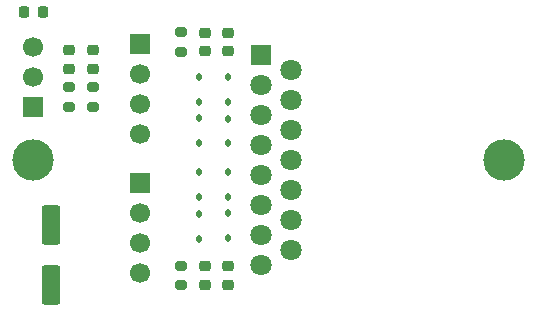
<source format=gbr>
%TF.GenerationSoftware,KiCad,Pcbnew,9.0.1*%
%TF.CreationDate,2025-04-09T21:36:18+02:00*%
%TF.ProjectId,projet_rubix_cube,70726f6a-6574-45f7-9275-6269785f6375,rev?*%
%TF.SameCoordinates,Original*%
%TF.FileFunction,Soldermask,Top*%
%TF.FilePolarity,Negative*%
%FSLAX46Y46*%
G04 Gerber Fmt 4.6, Leading zero omitted, Abs format (unit mm)*
G04 Created by KiCad (PCBNEW 9.0.1) date 2025-04-09 21:36:18*
%MOMM*%
%LPD*%
G01*
G04 APERTURE LIST*
G04 Aperture macros list*
%AMRoundRect*
0 Rectangle with rounded corners*
0 $1 Rounding radius*
0 $2 $3 $4 $5 $6 $7 $8 $9 X,Y pos of 4 corners*
0 Add a 4 corners polygon primitive as box body*
4,1,4,$2,$3,$4,$5,$6,$7,$8,$9,$2,$3,0*
0 Add four circle primitives for the rounded corners*
1,1,$1+$1,$2,$3*
1,1,$1+$1,$4,$5*
1,1,$1+$1,$6,$7*
1,1,$1+$1,$8,$9*
0 Add four rect primitives between the rounded corners*
20,1,$1+$1,$2,$3,$4,$5,0*
20,1,$1+$1,$4,$5,$6,$7,0*
20,1,$1+$1,$6,$7,$8,$9,0*
20,1,$1+$1,$8,$9,$2,$3,0*%
G04 Aperture macros list end*
%ADD10RoundRect,0.218750X-0.256250X0.218750X-0.256250X-0.218750X0.256250X-0.218750X0.256250X0.218750X0*%
%ADD11RoundRect,0.218750X0.256250X-0.218750X0.256250X0.218750X-0.256250X0.218750X-0.256250X-0.218750X0*%
%ADD12R,1.700000X1.700000*%
%ADD13C,1.700000*%
%ADD14C,3.500000*%
%ADD15R,1.800000X1.800000*%
%ADD16C,1.800000*%
%ADD17RoundRect,0.112500X-0.112500X0.187500X-0.112500X-0.187500X0.112500X-0.187500X0.112500X0.187500X0*%
%ADD18RoundRect,0.200000X-0.275000X0.200000X-0.275000X-0.200000X0.275000X-0.200000X0.275000X0.200000X0*%
%ADD19RoundRect,0.250000X-0.550000X1.412500X-0.550000X-1.412500X0.550000X-1.412500X0.550000X1.412500X0*%
%ADD20RoundRect,0.225000X0.225000X0.250000X-0.225000X0.250000X-0.225000X-0.250000X0.225000X-0.250000X0*%
G04 APERTURE END LIST*
D10*
%TO.C,D17*%
X140500000Y-33212500D03*
X140500000Y-34787500D03*
%TD*%
D11*
%TO.C,D19*%
X127000000Y-36287500D03*
X127000000Y-34712500D03*
%TD*%
D12*
%TO.C,J2*%
X133000000Y-45960000D03*
D13*
X133000000Y-48500000D03*
X133000000Y-51040000D03*
X133000000Y-53580000D03*
%TD*%
D14*
%TO.C,U2*%
X163820000Y-43995000D03*
D15*
X143280000Y-35105000D03*
D16*
X145820000Y-36375000D03*
X143280000Y-37645000D03*
X145820000Y-38915000D03*
X143280000Y-40185000D03*
X145820000Y-41455000D03*
X143280000Y-42725000D03*
X145820000Y-43995000D03*
X143280000Y-45265000D03*
X145820000Y-46535000D03*
X143280000Y-47805000D03*
X145820000Y-49075000D03*
X143280000Y-50345000D03*
X145820000Y-51615000D03*
X143280000Y-52885000D03*
%TD*%
D17*
%TO.C,D7*%
X140500000Y-48500000D03*
X140500000Y-50600000D03*
%TD*%
D11*
%TO.C,D15*%
X138500000Y-54575000D03*
X138500000Y-53000000D03*
%TD*%
D18*
%TO.C,R6*%
X136500000Y-33175000D03*
X136500000Y-34825000D03*
%TD*%
D17*
%TO.C,D8*%
X138000000Y-48550000D03*
X138000000Y-50650000D03*
%TD*%
%TO.C,D2*%
X138000000Y-40450000D03*
X138000000Y-42550000D03*
%TD*%
D18*
%TO.C,R3*%
X127000000Y-37850000D03*
X127000000Y-39500000D03*
%TD*%
D10*
%TO.C,D16*%
X140500000Y-53000000D03*
X140500000Y-54575000D03*
%TD*%
D17*
%TO.C,D6*%
X138000000Y-45000000D03*
X138000000Y-47100000D03*
%TD*%
D12*
%TO.C,J1*%
X133000000Y-34190000D03*
D13*
X133000000Y-36730000D03*
X133000000Y-39270000D03*
X133000000Y-41810000D03*
%TD*%
D12*
%TO.C,J3*%
X124000000Y-39500000D03*
D13*
X124000000Y-36960000D03*
X124000000Y-34420000D03*
%TD*%
D11*
%TO.C,D14*%
X129000000Y-36287500D03*
X129000000Y-34712500D03*
%TD*%
D17*
%TO.C,D1*%
X138000000Y-36950000D03*
X138000000Y-39050000D03*
%TD*%
%TO.C,D4*%
X140500000Y-40500000D03*
X140500000Y-42600000D03*
%TD*%
D18*
%TO.C,R4*%
X129000000Y-37850000D03*
X129000000Y-39500000D03*
%TD*%
%TO.C,R5*%
X136500000Y-52962500D03*
X136500000Y-54612500D03*
%TD*%
D14*
%TO.C,*%
X124000000Y-44000000D03*
%TD*%
D17*
%TO.C,D5*%
X140500000Y-45000000D03*
X140500000Y-47100000D03*
%TD*%
D19*
%TO.C,C2*%
X125500000Y-49500000D03*
X125500000Y-54575000D03*
%TD*%
D11*
%TO.C,D18*%
X138500000Y-34787500D03*
X138500000Y-33212500D03*
%TD*%
D17*
%TO.C,D3*%
X140500000Y-36950000D03*
X140500000Y-39050000D03*
%TD*%
D20*
%TO.C,C1*%
X124775000Y-31500000D03*
X123225000Y-31500000D03*
%TD*%
M02*

</source>
